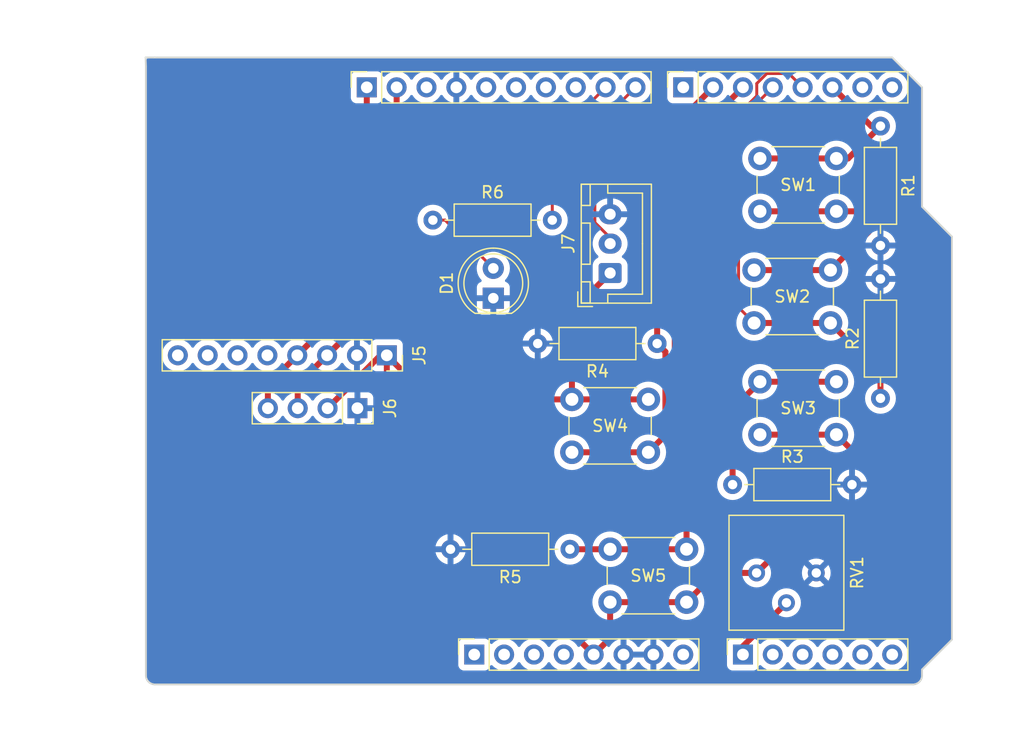
<source format=kicad_pcb>
(kicad_pcb (version 20240108) (generator "pcbnew") (generator_version "8.0")
  (title_block (date "mar. 31 mars 2015"))
  (layers (0 "F.Cu" signal) (31 "B.Cu" power) (34 "B.Paste" user) (35 "F.Paste" user) (36 "B.SilkS" user "B.Silkscreen") (37 "F.SilkS" user "F.Silkscreen") (38 "B.Mask" user) (39 "F.Mask" user) (44 "Edge.Cuts" user))
  (net 0 "")
  (net 1 "GND")
  (net 3 "+5V")
  (net 4 "/IOREF")
  (net 5 "/A1")
  (net 6 "/A2")
  (net 7 "/A3")
  (net 8 "/SDA{slash}A4")
  (net 9 "/SCL{slash}A5")
  (net 10 "/13")
  (net 11 "/12")
  (net 12 "/AREF")
  (net 13 "/temp_digital")
  (net 14 "/7")
  (net 15 "/*11")
  (net 16 "/*10")
  (net 17 "/TX{slash}1")
  (net 18 "/RX{slash}0")
  (net 19 "+3V3")
  (net 20 "VCC")
  (net 21 "/~{RESET}")
  (net 22 "/I2C_SDA")
  (net 23 "/I2C_SCL")
  (net 28 "/button_onoff")
  (net 29 "/button_lock")
  (net 30 "/button_light")
  (net 31 "/button_units")
  (net 32 "/button_cal")
  (net 33 "Net-(D1-A)")
  (net 34 "/led_light")
  (net 35 "/temp_sensor")
  (footprint "Connector_PinSocket_2.54mm:PinSocket_1x08_P2.54mm_Vertical" (layer "F.Cu") (at 127.94 97.46 90)
    (property "Reference" "J1" (hide yes))
    (property "Value" "Power")
    (fp_line (start 1.33 -1.33) (end 1.33 0) (stroke (width 0.12)) (layer "F.SilkS"))
    (fp_line (start 0 -1.33) (end 1.33 -1.33) (stroke (width 0.12)) (layer "F.SilkS"))
    (fp_line (start 1.33 1.27) (end 1.33 19.11) (stroke (width 0.12)) (layer "F.SilkS"))
    (fp_line (start -1.33 1.27) (end 1.33 1.27) (stroke (width 0.12)) (layer "F.SilkS"))
    (fp_line (start -1.33 1.27) (end -1.33 19.11) (stroke (width 0.12)) (layer "F.SilkS"))
    (fp_line (start -1.33 19.11) (end 1.33 19.11) (stroke (width 0.12)) (layer "F.SilkS"))
    (pad "1" thru_hole rect (at 0 0 90) (size 1.7 1.7) (drill 1) (layers "*.Cu" "*.Mask"))
    (pad "2" thru_hole oval (at 0 2.54 90) (size 1.7 1.7) (drill 1) (layers "*.Cu" "*.Mask") (net 4 "/IOREF"))
    (pad "3" thru_hole oval (at 0 5.08 90) (size 1.7 1.7) (drill 1) (layers "*.Cu" "*.Mask") (net 21 "/~{RESET}"))
    (pad "4" thru_hole oval (at 0 7.62 90) (size 1.7 1.7) (drill 1) (layers "*.Cu" "*.Mask") (net 19 "+3V3"))
    (pad "5" thru_hole oval (at 0 10.16 90) (size 1.7 1.7) (drill 1) (layers "*.Cu" "*.Mask") (net 3 "+5V"))
    (pad "6" thru_hole oval (at 0 12.7 90) (size 1.7 1.7) (drill 1) (layers "*.Cu" "*.Mask") (net 1 "GND"))
    (pad "7" thru_hole oval (at 0 15.24 90) (size 1.7 1.7) (drill 1) (layers "*.Cu" "*.Mask") (net 1 "GND"))
    (pad "8" thru_hole oval (at 0 17.78 90) (size 1.7 1.7) (drill 1) (layers "*.Cu" "*.Mask") (net 20 "VCC"))
  )
  (footprint "Connector_PinSocket_2.54mm:PinSocket_1x06_P2.54mm_Vertical" (layer "F.Cu") (at 150.8 97.46 90)
    (property "Reference" "J3" (hide yes))
    (property "Value" "Analog")
    (fp_line (start 1.33 -1.33) (end 1.33 0) (stroke (width 0.12)) (layer "F.SilkS"))
    (fp_line (start 0 -1.33) (end 1.33 -1.33) (stroke (width 0.12)) (layer "F.SilkS"))
    (fp_line (start 1.33 1.27) (end 1.33 14.03) (stroke (width 0.12)) (layer "F.SilkS"))
    (fp_line (start -1.33 1.27) (end 1.33 1.27) (stroke (width 0.12)) (layer "F.SilkS"))
    (fp_line (start -1.33 1.27) (end -1.33 14.03) (stroke (width 0.12)) (layer "F.SilkS"))
    (fp_line (start -1.33 14.03) (end 1.33 14.03) (stroke (width 0.12)) (layer "F.SilkS"))
    (pad "1" thru_hole rect (at 0 0 90) (size 1.7 1.7) (drill 1) (layers "*.Cu" "*.Mask") (net 35 "/temp_sensor"))
    (pad "2" thru_hole oval (at 0 2.54 90) (size 1.7 1.7) (drill 1) (layers "*.Cu" "*.Mask") (net 5 "/A1"))
    (pad "3" thru_hole oval (at 0 5.08 90) (size 1.7 1.7) (drill 1) (layers "*.Cu" "*.Mask") (net 6 "/A2"))
    (pad "4" thru_hole oval (at 0 7.62 90) (size 1.7 1.7) (drill 1) (layers "*.Cu" "*.Mask") (net 7 "/A3"))
    (pad "5" thru_hole oval (at 0 10.16 90) (size 1.7 1.7) (drill 1) (layers "*.Cu" "*.Mask") (net 8 "/SDA{slash}A4"))
    (pad "6" thru_hole oval (at 0 12.7 90) (size 1.7 1.7) (drill 1) (layers "*.Cu" "*.Mask") (net 9 "/SCL{slash}A5"))
  )
  (footprint "Connector_PinSocket_2.54mm:PinSocket_1x10_P2.54mm_Vertical" (layer "F.Cu") (at 118.796 49.2 90)
    (property "Reference" "J2" (hide yes))
    (property "Value" "Digital/PWM")
    (fp_line (start 1.33 -1.33) (end 1.33 0) (stroke (width 0.12)) (layer "F.SilkS"))
    (fp_line (start 0 -1.33) (end 1.33 -1.33) (stroke (width 0.12)) (layer "F.SilkS"))
    (fp_line (start 1.33 1.27) (end 1.33 24.19) (stroke (width 0.12)) (layer "F.SilkS"))
    (fp_line (start -1.33 1.27) (end 1.33 1.27) (stroke (width 0.12)) (layer "F.SilkS"))
    (fp_line (start -1.33 1.27) (end -1.33 24.19) (stroke (width 0.12)) (layer "F.SilkS"))
    (fp_line (start -1.33 24.19) (end 1.33 24.19) (stroke (width 0.12)) (layer "F.SilkS"))
    (pad "1" thru_hole rect (at 0 0 90) (size 1.7 1.7) (drill 1) (layers "*.Cu" "*.Mask") (net 22 "/I2C_SDA"))
    (pad "2" thru_hole oval (at 0 2.54 90) (size 1.7 1.7) (drill 1) (layers "*.Cu" "*.Mask") (net 23 "/I2C_SCL"))
    (pad "3" thru_hole oval (at 0 5.08 90) (size 1.7 1.7) (drill 1) (layers "*.Cu" "*.Mask") (net 12 "/AREF"))
    (pad "4" thru_hole oval (at 0 7.62 90) (size 1.7 1.7) (drill 1) (layers "*.Cu" "*.Mask") (net 1 "GND"))
    (pad "5" thru_hole oval (at 0 10.16 90) (size 1.7 1.7) (drill 1) (layers "*.Cu" "*.Mask") (net 10 "/13"))
    (pad "6" thru_hole oval (at 0 12.7 90) (size 1.7 1.7) (drill 1) (layers "*.Cu" "*.Mask") (net 11 "/12"))
    (pad "7" thru_hole oval (at 0 15.24 90) (size 1.7 1.7) (drill 1) (layers "*.Cu" "*.Mask") (net 15 "/*11"))
    (pad "8" thru_hole oval (at 0 17.78 90) (size 1.7 1.7) (drill 1) (layers "*.Cu" "*.Mask") (net 16 "/*10"))
    (pad "9" thru_hole oval (at 0 20.32 90) (size 1.7 1.7) (drill 1) (layers "*.Cu" "*.Mask") (net 34 "/led_light"))
    (pad "10" thru_hole oval (at 0 22.86 90) (size 1.7 1.7) (drill 1) (layers "*.Cu" "*.Mask") (net 13 "/temp_digital"))
  )
  (footprint "Connector_PinSocket_2.54mm:PinSocket_1x08_P2.54mm_Vertical" (layer "F.Cu") (at 145.72 49.2 90)
    (property "Reference" "J4" (hide yes))
    (property "Value" "Digital/PWM")
    (fp_line (start 1.33 -1.33) (end 1.33 0) (stroke (width 0.12)) (layer "F.SilkS"))
    (fp_line (start 0 -1.33) (end 1.33 -1.33) (stroke (width 0.12)) (layer "F.SilkS"))
    (fp_line (start 1.33 1.27) (end 1.33 19.11) (stroke (width 0.12)) (layer "F.SilkS"))
    (fp_line (start -1.33 1.27) (end 1.33 1.27) (stroke (width 0.12)) (layer "F.SilkS"))
    (fp_line (start -1.33 1.27) (end -1.33 19.11) (stroke (width 0.12)) (layer "F.SilkS"))
    (fp_line (start -1.33 19.11) (end 1.33 19.11) (stroke (width 0.12)) (layer "F.SilkS"))
    (pad "1" thru_hole rect (at 0 0 90) (size 1.7 1.7) (drill 1) (layers "*.Cu" "*.Mask") (net 14 "/7"))
    (pad "2" thru_hole oval (at 0 2.54 90) (size 1.7 1.7) (drill 1) (layers "*.Cu" "*.Mask") (net 29 "/button_lock"))
    (pad "3" thru_hole oval (at 0 5.08 90) (size 1.7 1.7) (drill 1) (layers "*.Cu" "*.Mask") (net 30 "/button_light"))
    (pad "4" thru_hole oval (at 0 7.62 90) (size 1.7 1.7) (drill 1) (layers "*.Cu" "*.Mask") (net 31 "/button_units"))
    (pad "5" thru_hole oval (at 0 10.16 90) (size 1.7 1.7) (drill 1) (layers "*.Cu" "*.Mask") (net 32 "/button_cal"))
    (pad "6" thru_hole oval (at 0 12.7 90) (size 1.7 1.7) (drill 1) (layers "*.Cu" "*.Mask") (net 28 "/button_onoff"))
    (pad "7" thru_hole oval (at 0 15.24 90) (size 1.7 1.7) (drill 1) (layers "*.Cu" "*.Mask") (net 17 "/TX{slash}1"))
    (pad "8" thru_hole oval (at 0 17.78 90) (size 1.7 1.7) (drill 1) (layers "*.Cu" "*.Mask") (net 18 "/RX{slash}0"))
  )
  (footprint "Button_Switch_THT:SW_PUSH_6mm" (layer "F.Cu") (at 152.25 55.25)
    (property "Reference" "SW1" (at 3.25 2.25 0) (layer "F.SilkS"))
    (property "Value" "SW_SPST")
    (fp_line (start -0.25 1.5) (end -0.25 3) (stroke (width 0.12)) (layer "F.SilkS"))
    (fp_line (start 1 5.5) (end 5.5 5.5) (stroke (width 0.12)) (layer "F.SilkS"))
    (fp_line (start 5.5 -1) (end 1 -1) (stroke (width 0.12)) (layer "F.SilkS"))
    (fp_line (start 6.75 3) (end 6.75 1.5) (stroke (width 0.12)) (layer "F.SilkS"))
    (pad "1" thru_hole circle (at 0 0 90) (size 2 2) (drill 1.1) (layers "*.Cu" "*.Mask") (net 28 "/button_onoff"))
    (pad "1" thru_hole circle (at 6.5 0 90) (size 2 2) (drill 1.1) (layers "*.Cu" "*.Mask") (net 28 "/button_onoff"))
    (pad "2" thru_hole circle (at 0 4.5 90) (size 2 2) (drill 1.1) (layers "*.Cu" "*.Mask") (net 3 "+5V"))
    (pad "2" thru_hole circle (at 6.5 4.5 90) (size 2 2) (drill 1.1) (layers "*.Cu" "*.Mask") (net 3 "+5V"))
  )
  (footprint "Button_Switch_THT:SW_PUSH_6mm" (layer "F.Cu") (at 158.25 69.25 180)
    (property "Reference" "SW2" (at 3.25 2.25 0) (layer "F.SilkS"))
    (property "Value" "SW_SPST")
    (fp_line (start 6.75 3) (end 6.75 1.5) (stroke (width 0.12)) (layer "F.SilkS"))
    (fp_line (start 5.5 -1) (end 1 -1) (stroke (width 0.12)) (layer "F.SilkS"))
    (fp_line (start 1 5.5) (end 5.5 5.5) (stroke (width 0.12)) (layer "F.SilkS"))
    (fp_line (start -0.25 1.5) (end -0.25 3) (stroke (width 0.12)) (layer "F.SilkS"))
    (pad "1" thru_hole circle (at 0 0 270) (size 2 2) (drill 1.1) (layers "*.Cu" "*.Mask") (net 31 "/button_units"))
    (pad "1" thru_hole circle (at 6.5 0 270) (size 2 2) (drill 1.1) (layers "*.Cu" "*.Mask") (net 31 "/button_units"))
    (pad "2" thru_hole circle (at 0 4.5 270) (size 2 2) (drill 1.1) (layers "*.Cu" "*.Mask") (net 3 "+5V"))
    (pad "2" thru_hole circle (at 6.5 4.5 270) (size 2 2) (drill 1.1) (layers "*.Cu" "*.Mask") (net 3 "+5V"))
  )
  (footprint "Resistor_THT:R_Axial_DIN0207_L6.3mm_D2.5mm_P10.16mm_Horizontal" (layer "F.Cu") (at 124.42 60.5)
    (property "Reference" "R6" (at 5.08 -2.37 0) (layer "F.SilkS"))
    (property "Value" "1k")
    (fp_line (start 1.04 0) (end 1.81 0) (stroke (width 0.12)) (layer "F.SilkS"))
    (fp_line (start 1.81 -1.37) (end 1.81 1.37) (stroke (width 0.12)) (layer "F.SilkS"))
    (fp_line (start 1.81 1.37) (end 8.35 1.37) (stroke (width 0.12)) (layer "F.SilkS"))
    (fp_line (start 8.35 -1.37) (end 1.81 -1.37) (stroke (width 0.12)) (layer "F.SilkS"))
    (fp_line (start 8.35 1.37) (end 8.35 -1.37) (stroke (width 0.12)) (layer "F.SilkS"))
    (fp_line (start 9.12 0) (end 8.35 0) (stroke (width 0.12)) (layer "F.SilkS"))
    (pad "1" thru_hole circle (at 0 0) (size 1.6 1.6) (drill 0.8) (layers "*.Cu" "*.Mask") (net 33 "Net-(D1-A)"))
    (pad "2" thru_hole oval (at 10.16 0) (size 1.6 1.6) (drill 0.8) (layers "*.Cu" "*.Mask") (net 34 "/led_light"))
  )
  (footprint "Resistor_THT:R_Axial_DIN0207_L6.3mm_D2.5mm_P10.16mm_Horizontal" (layer "F.Cu") (at 136.08 88.5 180)
    (property "Reference" "R5" (at 5.08 -2.37 0) (layer "F.SilkS"))
    (property "Value" "100k")
    (fp_line (start 9.12 0) (end 8.35 0) (stroke (width 0.12)) (layer "F.SilkS"))
    (fp_line (start 8.35 1.37) (end 8.35 -1.37) (stroke (width 0.12)) (layer "F.SilkS"))
    (fp_line (start 8.35 -1.37) (end 1.81 -1.37) (stroke (width 0.12)) (layer "F.SilkS"))
    (fp_line (start 1.81 1.37) (end 8.35 1.37) (stroke (width 0.12)) (layer "F.SilkS"))
    (fp_line (start 1.81 -1.37) (end 1.81 1.37) (stroke (width 0.12)) (layer "F.SilkS"))
    (fp_line (start 1.04 0) (end 1.81 0) (stroke (width 0.12)) (layer "F.SilkS"))
    (pad "1" thru_hole circle (at 0 0 180) (size 1.6 1.6) (drill 0.8) (layers "*.Cu" "*.Mask") (net 30 "/button_light"))
    (pad "2" thru_hole oval (at 10.16 0 180) (size 1.6 1.6) (drill 0.8) (layers "*.Cu" "*.Mask") (net 1 "GND"))
  )
  (footprint "Resistor_THT:R_Axial_DIN0207_L6.3mm_D2.5mm_P10.16mm_Horizontal" (layer "F.Cu") (at 143.5 71 180)
    (property "Reference" "R4" (at 5.08 -2.37 0) (layer "F.SilkS"))
    (property "Value" "100k")
    (fp_line (start 9.12 0) (end 8.35 0) (stroke (width 0.12)) (layer "F.SilkS"))
    (fp_line (start 8.35 1.37) (end 8.35 -1.37) (stroke (width 0.12)) (layer "F.SilkS"))
    (fp_line (start 8.35 -1.37) (end 1.81 -1.37) (stroke (width 0.12)) (layer "F.SilkS"))
    (fp_line (start 1.81 1.37) (end 8.35 1.37) (stroke (width 0.12)) (layer "F.SilkS"))
    (fp_line (start 1.81 -1.37) (end 1.81 1.37) (stroke (width 0.12)) (layer "F.SilkS"))
    (fp_line (start 1.04 0) (end 1.81 0) (stroke (width 0.12)) (layer "F.SilkS"))
    (pad "1" thru_hole circle (at 0 0 180) (size 1.6 1.6) (drill 0.8) (layers "*.Cu" "*.Mask") (net 29 "/button_lock"))
    (pad "2" thru_hole oval (at 10.16 0 180) (size 1.6 1.6) (drill 0.8) (layers "*.Cu" "*.Mask") (net 1 "GND"))
  )
  (footprint "Resistor_THT:R_Axial_DIN0207_L6.3mm_D2.5mm_P10.16mm_Horizontal" (layer "F.Cu") (at 162.5 52.5 -90)
    (property "Reference" "R1" (at 5.08 -2.37 90) (layer "F.SilkS"))
    (property "Value" "100k")
    (fp_line (start 1.81 1.37) (end 8.35 1.37) (stroke (width 0.12)) (layer "F.SilkS"))
    (fp_line (start 8.35 1.37) (end 8.35 -1.37) (stroke (width 0.12)) (layer "F.SilkS"))
    (fp_line (start 1.04 0) (end 1.81 0) (stroke (width 0.12)) (layer "F.SilkS"))
    (fp_line (start 9.12 0) (end 8.35 0) (stroke (width 0.12)) (layer "F.SilkS"))
    (fp_line (start 1.81 -1.37) (end 1.81 1.37) (stroke (width 0.12)) (layer "F.SilkS"))
    (fp_line (start 8.35 -1.37) (end 1.81 -1.37) (stroke (width 0.12)) (layer "F.SilkS"))
    (pad "1" thru_hole circle (at 0 0 270) (size 1.6 1.6) (drill 0.8) (layers "*.Cu" "*.Mask") (net 28 "/button_onoff"))
    (pad "2" thru_hole oval (at 10.16 0 270) (size 1.6 1.6) (drill 0.8) (layers "*.Cu" "*.Mask") (net 1 "GND"))
  )
  (footprint "Resistor_THT:R_Axial_DIN0207_L6.3mm_D2.5mm_P10.16mm_Horizontal" (layer "F.Cu") (at 149.92 83)
    (property "Reference" "R3" (at 5.08 -2.37 0) (layer "F.SilkS"))
    (property "Value" "100k")
    (fp_line (start 1.04 0) (end 1.81 0) (stroke (width 0.12)) (layer "F.SilkS"))
    (fp_line (start 1.81 -1.37) (end 1.81 1.37) (stroke (width 0.12)) (layer "F.SilkS"))
    (fp_line (start 1.81 1.37) (end 8.35 1.37) (stroke (width 0.12)) (layer "F.SilkS"))
    (fp_line (start 8.35 -1.37) (end 1.81 -1.37) (stroke (width 0.12)) (layer "F.SilkS"))
    (fp_line (start 8.35 1.37) (end 8.35 -1.37) (stroke (width 0.12)) (layer "F.SilkS"))
    (fp_line (start 9.12 0) (end 8.35 0) (stroke (width 0.12)) (layer "F.SilkS"))
    (pad "1" thru_hole circle (at 0 0) (size 1.6 1.6) (drill 0.8) (layers "*.Cu" "*.Mask") (net 32 "/button_cal"))
    (pad "2" thru_hole oval (at 10.16 0) (size 1.6 1.6) (drill 0.8) (layers "*.Cu" "*.Mask") (net 1 "GND"))
  )
  (footprint "Button_Switch_THT:SW_PUSH_6mm" (layer "F.Cu") (at 142.75 80.25 180)
    (property "Reference" "SW4" (at 3.25 2.25 0) (layer "F.SilkS"))
    (property "Value" "SW_SPST")
    (fp_line (start 6.75 3) (end 6.75 1.5) (stroke (width 0.12)) (layer "F.SilkS"))
    (fp_line (start 5.5 -1) (end 1 -1) (stroke (width 0.12)) (layer "F.SilkS"))
    (fp_line (start 1 5.5) (end 5.5 5.5) (stroke (width 0.12)) (layer "F.SilkS"))
    (fp_line (start -0.25 1.5) (end -0.25 3) (stroke (width 0.12)) (layer "F.SilkS"))
    (pad "1" thru_hole circle (at 0 0 270) (size 2 2) (drill 1.1) (layers "*.Cu" "*.Mask") (net 29 "/button_lock"))
    (pad "1" thru_hole circle (at 6.5 0 270) (size 2 2) (drill 1.1) (layers "*.Cu" "*.Mask") (net 29 "/button_lock"))
    (pad "2" thru_hole circle (at 0 4.5 270) (size 2 2) (drill 1.1) (layers "*.Cu" "*.Mask") (net 3 "+5V"))
    (pad "2" thru_hole circle (at 6.5 4.5 270) (size 2 2) (drill 1.1) (layers "*.Cu" "*.Mask") (net 3 "+5V"))
  )
  (footprint "Button_Switch_THT:SW_PUSH_6mm" (layer "F.Cu") (at 152.25 74.25)
    (property "Reference" "SW3" (at 3.25 2.25 0) (layer "F.SilkS"))
    (property "Value" "SW_SPST")
    (fp_line (start -0.25 1.5) (end -0.25 3) (stroke (width 0.12)) (layer "F.SilkS"))
    (fp_line (start 1 5.5) (end 5.5 5.5) (stroke (width 0.12)) (layer "F.SilkS"))
    (fp_line (start 5.5 -1) (end 1 -1) (stroke (width 0.12)) (layer "F.SilkS"))
    (fp_line (start 6.75 3) (end 6.75 1.5) (stroke (width 0.12)) (layer "F.SilkS"))
    (pad "1" thru_hole circle (at 0 0 90) (size 2 2) (drill 1.1) (layers "*.Cu" "*.Mask") (net 32 "/button_cal"))
    (pad "1" thru_hole circle (at 6.5 0 90) (size 2 2) (drill 1.1) (layers "*.Cu" "*.Mask") (net 32 "/button_cal"))
    (pad "2" thru_hole circle (at 0 4.5 90) (size 2 2) (drill 1.1) (layers "*.Cu" "*.Mask") (net 3 "+5V"))
    (pad "2" thru_hole circle (at 6.5 4.5 90) (size 2 2) (drill 1.1) (layers "*.Cu" "*.Mask") (net 3 "+5V"))
  )
  (footprint "Connector_PinSocket_2.54mm:PinSocket_1x08_P2.54mm_Vertical" (layer "F.Cu") (at 120.5 72 -90)
    (property "Reference" "J5" (at 0 -2.77 90) (layer "F.SilkS"))
    (property "Value" "CONN_GYRO")
    (fp_line (start -1.33 19.11) (end 1.33 19.11) (stroke (width 0.12)) (layer "F.SilkS"))
    (fp_line (start -1.33 1.27) (end -1.33 19.11) (stroke (width 0.12)) (layer "F.SilkS"))
    (fp_line (start -1.33 1.27) (end 1.33 1.27) (stroke (width 0.12)) (layer "F.SilkS"))
    (fp_line (start 1.33 1.27) (end 1.33 19.11) (stroke (width 0.12)) (layer "F.SilkS"))
    (fp_line (start 0 -1.33) (end 1.33 -1.33) (stroke (width 0.12)) (layer "F.SilkS"))
    (fp_line (start 1.33 -1.33) (end 1.33 0) (stroke (width 0.12)) (layer "F.SilkS"))
    (pad "1" thru_hole rect (at 0 0 270) (size 1.7 1.7) (drill 1) (layers "*.Cu" "*.Mask") (net 3 "+5V"))
    (pad "2" thru_hole oval (at 0 2.54 270) (size 1.7 1.7) (drill 1) (layers "*.Cu" "*.Mask") (net 1 "GND"))
    (pad "3" thru_hole oval (at 0 5.08 270) (size 1.7 1.7) (drill 1) (layers "*.Cu" "*.Mask") (net 23 "/I2C_SCL"))
    (pad "4" thru_hole oval (at 0 7.62 270) (size 1.7 1.7) (drill 1) (layers "*.Cu" "*.Mask") (net 22 "/I2C_SDA"))
    (pad "5" thru_hole oval (at 0 10.16 270) (size 1.7 1.7) (drill 1) (layers "*.Cu" "*.Mask"))
    (pad "6" thru_hole oval (at 0 12.7 270) (size 1.7 1.7) (drill 1) (layers "*.Cu" "*.Mask"))
    (pad "7" thru_hole oval (at 0 15.24 270) (size 1.7 1.7) (drill 1) (layers "*.Cu" "*.Mask"))
    (pad "8" thru_hole oval (at 0 17.78 270) (size 1.7 1.7) (drill 1) (layers "*.Cu" "*.Mask"))
  )
  (footprint "Resistor_THT:R_Axial_DIN0207_L6.3mm_D2.5mm_P10.16mm_Horizontal" (layer "F.Cu") (at 162.5 75.66 90)
    (property "Reference" "R2" (at 5.08 -2.37 90) (layer "F.SilkS"))
    (property "Value" "100k")
    (fp_line (start 8.35 -1.37) (end 1.81 -1.37) (stroke (width 0.12)) (layer "F.SilkS"))
    (fp_line (start 1.81 -1.37) (end 1.81 1.37) (stroke (width 0.12)) (layer "F.SilkS"))
    (fp_line (start 9.12 0) (end 8.35 0) (stroke (width 0.12)) (layer "F.SilkS"))
    (fp_line (start 1.04 0) (end 1.81 0) (stroke (width 0.12)) (layer "F.SilkS"))
    (fp_line (start 8.35 1.37) (end 8.35 -1.37) (stroke (width 0.12)) (layer "F.SilkS"))
    (fp_line (start 1.81 1.37) (end 8.35 1.37) (stroke (width 0.12)) (layer "F.SilkS"))
    (pad "1" thru_hole circle (at 0 0 90) (size 1.6 1.6) (drill 0.8) (layers "*.Cu" "*.Mask") (net 31 "/button_units"))
    (pad "2" thru_hole oval (at 10.16 0 90) (size 1.6 1.6) (drill 0.8) (layers "*.Cu" "*.Mask") (net 1 "GND"))
  )
  (footprint "Connector_JST:JST_XH_B3B-XH-A_1x03_P2.50mm_Vertical" (layer "F.Cu") (at 139.5 65 90)
    (property "Reference" "J7" (at 2.5 -3.55 90) (layer "F.SilkS"))
    (property "Value" "Conn_01x03")
    (fp_line (start -1.6 -2.75) (end -2.85 -2.75) (stroke (width 0.12)) (layer "F.SilkS"))
    (fp_line (start -2.85 -2.75) (end -2.85 -1.5) (stroke (width 0.12)) (layer "F.SilkS"))
    (fp_line (start 7.56 -2.46) (end -2.56 -2.46) (stroke (width 0.12)) (layer "F.SilkS"))
    (fp_line (start -2.56 -2.46) (end -2.56 3.51) (stroke (width 0.12)) (layer "F.SilkS"))
    (fp_line (start 7.55 -2.45) (end 5.75 -2.45) (stroke (width 0.12)) (layer "F.SilkS"))
    (fp_line (start 5.75 -2.45) (end 5.75 -1.7) (stroke (width 0.12)) (layer "F.SilkS"))
    (fp_line (start 4.25 -2.45) (end 0.75 -2.45) (stroke (width 0.12)) (layer "F.SilkS"))
    (fp_line (start 0.75 -2.45) (end 0.75 -1.7) (stroke (width 0.12)) (layer "F.SilkS"))
    (fp_line (start -0.75 -2.45) (end -2.55 -2.45) (stroke (width 0.12)) (layer "F.SilkS"))
    (fp_line (start -2.55 -2.45) (end -2.55 -1.7) (stroke (width 0.12)) (layer "F.SilkS"))
    (fp_line (start 7.55 -1.7) (end 7.55 -2.45) (stroke (width 0.12)) (layer "F.SilkS"))
    (fp_line (start 5.75 -1.7) (end 7.55 -1.7) (stroke (width 0.12)) (layer "F.SilkS"))
    (fp_line (start 4.25 -1.7) (end 4.25 -2.45) (stroke (width 0.12)) (layer "F.SilkS"))
    (fp_line (start 0.75 -1.7) (end 4.25 -1.7) (stroke (width 0.12)) (layer "F.SilkS"))
    (fp_line (start -0.75 -1.7) (end -0.75 -2.45) (stroke (width 0.12)) (layer "F.SilkS"))
    (fp_line (start -2.55 -1.7) (end -0.75 -1.7) (stroke (width 0.12)) (layer "F.SilkS"))
    (fp_line (start 7.55 -0.2) (end 6.8 -0.2) (stroke (width 0.12)) (layer "F.SilkS"))
    (fp_line (start 6.8 -0.2) (end 6.8 2.75) (stroke (width 0.12)) (layer "F.SilkS"))
    (fp_line (start -1.8 -0.2) (end -1.8 2.75) (stroke (width 0.12)) (layer "F.SilkS"))
    (fp_line (start -2.55 -0.2) (end -1.8 -0.2) (stroke (width 0.12)) (layer "F.SilkS"))
    (fp_line (start 6.8 2.75) (end 2.5 2.75) (stroke (width 0.12)) (layer "F.SilkS"))
    (fp_line (start -1.8 2.75) (end 2.5 2.75) (stroke (width 0.12)) (layer "F.SilkS"))
    (fp_line (start 7.56 3.51) (end 7.56 -2.46) (stroke (width 0.12)) (layer "F.SilkS"))
    (fp_line (start -2.56 3.51) (end 7.56 3.51) (stroke (width 0.12)) (layer "F.SilkS"))
    (pad "1" thru_hole roundrect (at 0 0 90) (size 1.7 1.95) (drill 0.95) (layers "*.Cu" "*.Mask") (roundrect_rratio 0.147059) (net 3 "+5V"))
    (pad "2" thru_hole oval (at 2.5 0 90) (size 1.7 1.95) (drill 0.95) (layers "*.Cu" "*.Mask") (net 13 "/temp_digital"))
    (pad "3" thru_hole oval (at 5 0 90) (size 1.7 1.95) (drill 0.95) (layers "*.Cu" "*.Mask") (net 1 "GND"))
  )
  (footprint "Potentiometer_THT:Potentiometer_Bourns_3386P_Vertical" (layer "F.Cu") (at 151.96 90.515 -90)
    (property "Reference" "RV1" (at -0.015 -8.555 90) (layer "F.SilkS"))
    (property "Value" "10k")
    (fp_line (start -4.9 2.345) (end 4.87 2.345) (stroke (width 0.12)) (layer "F.SilkS"))
    (fp_line (start -4.9 -7.425) (end -4.9 2.345) (stroke (width 0.12)) (layer "F.SilkS"))
    (fp_line (start -4.9 -7.425) (end 4.87 -7.425) (stroke (width 0.12)) (layer "F.SilkS"))
    (fp_line (start 4.87 -7.425) (end 4.87 2.345) (stroke (width 0.12)) (layer "F.SilkS"))
    (pad "1" thru_hole circle (at 0 0 270) (size 1.44 1.44) (drill 0.8) (layers "*.Cu" "*.Mask") (net 3 "+5V"))
    (pad "2" thru_hole circle (at 2.54 -2.54 270) (size 1.44 1.44) (drill 0.8) (layers "*.Cu" "*.Mask") (net 35 "/temp_sensor"))
    (pad "3" thru_hole circle (at 0 -5.08 270) (size 1.44 1.44) (drill 0.8) (layers "*.Cu" "*.Mask") (net 1 "GND"))
  )
  (footprint "Button_Switch_THT:SW_PUSH_6mm" (layer "F.Cu") (at 139.5 88.5)
    (property "Reference" "SW5" (at 3.25 2.25 0) (layer "F.SilkS"))
    (property "Value" "SW_SPST")
    (fp_line (start -0.25 1.5) (end -0.25 3) (stroke (width 0.12)) (layer "F.SilkS"))
    (fp_line (start 1 5.5) (end 5.5 5.5) (stroke (width 0.12)) (layer "F.SilkS"))
    (fp_line (start 5.5 -1) (end 1 -1) (stroke (width 0.12)) (layer "F.SilkS"))
    (fp_line (start 6.75 3) (end 6.75 1.5) (stroke (width 0.12)) (layer "F.SilkS"))
    (pad "1" thru_hole circle (at 0 0 90) (size 2 2) (drill 1.1) (layers "*.Cu" "*.Mask") (net 30 "/button_light"))
    (pad "1" thru_hole circle (at 6.5 0 90) (size 2 2) (drill 1.1) (layers "*.Cu" "*.Mask") (net 30 "/button_light"))
    (pad "2" thru_hole circle (at 0 4.5 90) (size 2 2) (drill 1.1) (layers "*.Cu" "*.Mask") (net 3 "+5V"))
    (pad "2" thru_hole circle (at 6.5 4.5 90) (size 2 2) (drill 1.1) (layers "*.Cu" "*.Mask") (net 3 "+5V"))
  )
  (footprint "Connector_PinSocket_2.54mm:PinSocket_1x04_P2.54mm_Vertical" (layer "F.Cu") (at 118 76.5 -90)
    (property "Reference" "J6" (at 0 -2.77 90) (layer "F.SilkS"))
    (property "Value" "Conn_01x04")
    (fp_line (start -1.33 8.95) (end 1.33 8.95) (stroke (width 0.12)) (layer "F.SilkS"))
    (fp_line (start -1.33 1.27) (end -1.33 8.95) (stroke (width 0.12)) (layer "F.SilkS"))
    (fp_line (start -1.33 1.27) (end 1.33 1.27) (stroke (width 0.12)) (layer "F.SilkS"))
    (fp_line (start 1.33 1.27) (end 1.33 8.95) (stroke (width 0.12)) (layer "F.SilkS"))
    (fp_line (start 0 -1.33) (end 1.33 -1.33) (stroke (width 0.12)) (layer "F.SilkS"))
    (fp_line (start 1.33 -1.33) (end 1.33 0) (stroke (width 0.12)) (layer "F.SilkS"))
    (pad "1" thru_hole rect (at 0 0 270) (size 1.7 1.7) (drill 1) (layers "*.Cu" "*.Mask") (net 1 "GND"))
    (pad "2" thru_hole oval (at 0 2.54 270) (size 1.7 1.7) (drill 1) (layers "*.Cu" "*.Mask") (net 3 "+5V"))
    (pad "3" thru_hole oval (at 0 5.08 270) (size 1.7 1.7) (drill 1) (layers "*.Cu" "*.Mask") (net 23 "/I2C_SCL"))
    (pad "4" thru_hole oval (at 0 7.62 270) (size 1.7 1.7) (drill 1) (layers "*.Cu" "*.Mask") (net 22 "/I2C_SDA"))
  )
  (footprint "LED_THT:LED_D5.0mm" (layer "F.Cu") (at 129.56 67.14 90)
    (property "Reference" "D1" (at 1.27 -3.96 90) (layer "F.SilkS"))
    (property "Value" "LED")
    (fp_line (start -1.29 -1.545) (end -1.29 1.545) (stroke (width 0.12)) (layer "F.SilkS"))
    (fp_arc (start -1.29 -1.54483) (mid 2.071756 -2.880501) (end 4.26 -0.000048) (stroke (width 0.12)) (layer "F.SilkS"))
    (fp_arc (start 4.26 0.000048) (mid 2.071756 2.880501) (end -1.29 1.54483) (stroke (width 0.12)) (layer "F.SilkS"))
    (fp_circle (center 1.27 0) (end 3.77 0) (stroke (width 0.12)) (fill none) (layer "F.SilkS"))
    (pad "1" thru_hole rect (at 0 0 90) (size 1.8 1.8) (drill 0.9) (layers "*.Cu" "*.Mask") (net 1 "GND"))
    (pad "2" thru_hole circle (at 2.54 0 90) (size 1.8 1.8) (drill 0.9) (layers "*.Cu" "*.Mask") (net 33 "Net-(D1-A)"))
  )
  (gr_line (start 166.04 59.36) (end 168.58 61.9) (stroke (width 0.15)) (layer "Edge.Cuts"))
  (gr_line (start 100 99.238) (end 100 47.422) (stroke (width 0.15)) (layer "Edge.Cuts"))
  (gr_line (start 168.58 61.9) (end 168.58 96.19) (stroke (width 0.15)) (layer "Edge.Cuts"))
  (gr_line (start 165.278 100) (end 100.762 100) (stroke (width 0.15)) (layer "Edge.Cuts"))
  (gr_line (start 100.762 46.66) (end 163.5 46.66) (stroke (width 0.15)) (layer "Edge.Cuts"))
  (gr_arc (start 100.762 100) (mid 100.223185 99.776815) (end 100 99.238) (stroke (width 0.15)) (layer "Edge.Cuts"))
  (gr_line (start 168.58 96.19) (end 166.04 98.73) (stroke (width 0.15)) (layer "Edge.Cuts"))
  (gr_line (start 99.98 46.66) (end 100 47.422) (stroke (width 0.15)) (layer "Edge.Cuts"))
  (gr_line (start 163.5 46.66) (end 166.04 49.2) (stroke (width 0.15)) (layer "Edge.Cuts"))
  (gr_arc (start 166.04 99.238) (mid 165.816815 99.776815) (end 165.278 100) (stroke (width 0.15)) (layer "Edge.Cuts"))
  (gr_line (start 100.762 46.66) (end 99.98 46.66) (stroke (width 0.15)) (layer "Edge.Cuts"))
  (gr_line (start 166.04 49.2) (end 166.04 59.36) (stroke (width 0.15)) (layer "Edge.Cuts"))
  (gr_line (start 166.04 98.73) (end 166.04 99.238) (stroke (width 0.15)) (layer "Edge.Cuts"))
  (segment (start 119.96 72) (end 120.5 72) (width 0.508) (layer "F.Cu") (net 3))
  (segment (start 165 62.5) (end 165 85) (width 0.508) (layer "F.Cu") (net 3))
  (segment (start 120.5 79.86) (end 120.5 72) (width 0.508) (layer "F.Cu") (net 3))
  (segment (start 148.485 90.515) (end 146 93) (width 0.508) (layer "F.Cu") (net 3))
  (segment (start 158.25 64.75) (end 161.5 61.5) (width 0.508) (layer "F.Cu") (net 3))
  (segment (start 152.25 78.75) (end 158.75 78.75) (width 0.508) (layer "F.Cu") (net 3))
  (segment (start 115.46 76.5) (end 119.96 72) (width 0.508) (layer "F.Cu") (net 3))
  (segment (start 124.25 75.75) (end 120.5 72) (width 0.508) (layer "F.Cu") (net 3))
  (segment (start 153.975 88.5) (end 151.96 90.515) (width 0.508) (layer "F.Cu") (net 3))
  (segment (start 152.25 59.75) (end 158.75 59.75) (width 0.508) (layer "F.Cu") (net 3))
  (segment (start 162.25 59.75) (end 165 62.5) (width 0.508) (layer "F.Cu") (net 3))
  (segment (start 136.25 68.25) (end 139.5 65) (width 0.508) (layer "F.Cu") (net 3))
  (segment (start 151.75 64.75) (end 158.25 64.75) (width 0.508) (layer "F.Cu") (net 3))
  (segment (start 138.1 97.46) (end 120.5 79.86) (width 0.508) (layer "F.Cu") (net 3))
  (segment (start 158.75 78.75) (end 165 85) (width 0.508) (layer "F.Cu") (net 3))
  (segment (start 136.25 75.75) (end 124.25 75.75) (width 0.508) (layer "F.Cu") (net 3))
  (segment (start 165 85.5) (end 162 88.5) (width 0.508) (layer "F.Cu") (net 3))
  (segment (start 165 85) (end 165 85.5) (width 0.508) (layer "F.Cu") (net 3))
  (segment (start 161.5 61.5) (end 161.5 59.75) (width 0.508) (layer "F.Cu") (net 3))
  (segment (start 162 88.5) (end 153.975 88.5) (width 0.508) (layer "F.Cu") (net 3))
  (segment (start 139.5 96.06) (end 138.1 97.46) (width 0.508) (layer "F.Cu") (net 3))
  (segment (start 139.5 93) (end 146 93) (width 0.508) (layer "F.Cu") (net 3))
  (segment (start 161.5 59.75) (end 162.25 59.75) (width 0.508) (layer "F.Cu") (net 3))
  (segment (start 136.25 75.75) (end 142.75 75.75) (width 0.508) (layer "F.Cu") (net 3))
  (segment (start 136.25 75.75) (end 136.25 68.25) (width 0.508) (layer "F.Cu") (net 3))
  (segment (start 158.75 59.75) (end 161.5 59.75) (width 0.508) (layer "F.Cu") (net 3))
  (segment (start 151.96 90.515) (end 148.485 90.515) (width 0.508) (layer "F.Cu") (net 3))
  (segment (start 139.5 93) (end 139.5 96.06) (width 0.508) (layer "F.Cu") (net 3))
  (segment (start 139.5 62.5) (end 139.5 62) (width 0.25) (layer "F.Cu") (net 13))
  (segment (start 139.5 62) (end 138.2 60.7) (width 0.25) (layer "F.Cu") (net 13))
  (segment (start 138.2 52.656) (end 141.656 49.2) (width 0.25) (layer "F.Cu") (net 13))
  (segment (start 138.2 60.7) (end 138.2 52.656) (width 0.25) (layer "F.Cu") (net 13))
  (segment (start 118.796 66.084) (end 114.69 70.19) (width 0.508) (layer "F.Cu") (net 22))
  (segment (start 110.38 76.5) (end 110.38 74.5) (width 0.508) (layer "F.Cu") (net 22))
  (segment (start 110.38 74.5) (end 114.69 70.19) (width 0.508) (layer "F.Cu") (net 22))
  (segment (start 118.796 49.2) (end 118.796 66.084) (width 0.508) (layer "F.Cu") (net 22))
  (segment (start 114.69 70.19) (end 112.88 72) (width 0.508) (layer "F.Cu") (net 22))
  (segment (start 115.42 72) (end 116.71 70.71) (width 0.508) (layer "F.Cu") (net 23))
  (segment (start 116.71 70.71) (end 121.336 66.084) (width 0.508) (layer "F.Cu") (net 23))
  (segment (start 121.336 66.084) (end 121.336 49.2) (width 0.508) (layer "F.Cu") (net 23))
  (segment (start 112.92 74.5) (end 116.71 70.71) (width 0.508) (layer "F.Cu") (net 23))
  (segment (start 112.92 76.5) (end 112.92 74.5) (width 0.508) (layer "F.Cu") (net 23))
  (segment (start 159.75 55.25) (end 162.5 52.5) (width 0.508) (layer "F.Cu") (net 28))
  (segment (start 152.25 55.25) (end 158.75 55.25) (width 0.508) (layer "F.Cu") (net 28))
  (segment (start 161.72 52.5) (end 158.42 49.2) (width 0.508) (layer "F.Cu") (net 28))
  (segment (start 162.5 52.5) (end 161.72 52.5) (width 0.508) (layer "F.Cu") (net 28))
  (segment (start 158.75 55.25) (end 159.75 55.25) (width 0.508) (layer "F.Cu") (net 28))
  (segment (start 143.5 53.96) (end 148.26 49.2) (width 0.508) (layer "F.Cu") (net 29))
  (segment (start 144.204 71.704) (end 143.5 71) (width 0.508) (layer "F.Cu") (net 29))
  (segment (start 143.5 71) (end 143.5 53.96) (width 0.508) (layer "F.Cu") (net 29))
  (segment (start 142.75 80.25) (end 136.25 80.25) (width 0.508) (layer "F.Cu") (net 29))
  (segment (start 144.204 78.796) (end 144.204 71.704) (width 0.508) (layer "F.Cu") (net 29))
  (segment (start 142.75 80.25) (end 144.204 78.796) (width 0.508) (layer "F.Cu") (net 29))
  (segment (start 136.08 88.5) (end 139.5 88.5) (width 0.508) (layer "F.Cu") (net 30))
  (segment (start 139.5 88.5) (end 146 88.5) (width 0.508) (layer "F.Cu") (net 30))
  (segment (start 145 55) (end 150.8 49.2) (width 0.508) (layer "F.Cu") (net 30))
  (segment (start 146 88.5) (end 146 75.273424) (width 0.508) (layer "F.Cu") (net 30))
  (segment (start 146 75.273424) (end 145 74.273424) (width 0.508) (layer "F.Cu") (net 30))
  (segment (start 145 74.273424) (end 145 55) (width 0.508) (layer "F.Cu") (net 30))
  (segment (start 151.75 69.25) (end 158.25 69.25) (width 0.508) (layer "F.Cu") (net 31))
  (segment (start 158.25 69.25) (end 162.5 73.5) (width 0.508) (layer "F.Cu") (net 31))
  (segment (start 153.34 49.2) (end 150.425 52.115) (width 0.25) (layer "F.Cu") (net 31))
  (segment (start 150.425 67.925) (end 151.75 69.25) (width 0.25) (layer "F.Cu") (net 31))
  (segment (start 162.5 73.5) (end 162.5 75.66) (width 0.508) (layer "F.Cu") (net 31))
  (segment (start 150.425 52.115) (end 150.425 67.925) (width 0.25) (layer "F.Cu") (net 31))
  (segment (start 151.975 48.878299) (end 151.975 49.928604) (width 0.25) (layer "F.Cu") (net 32))
  (segment (start 149.92 76.58) (end 152.25 74.25) (width 0.508) (layer "F.Cu") (net 32))
  (segment (start 152.828299 48.025) (end 151.975 48.878299) (width 0.25) (layer "F.Cu") (net 32))
  (segment (start 154.705 48.025) (end 152.828299 48.025) (width 0.25) (layer "F.Cu") (net 32))
  (segment (start 155.88 49.2) (end 154.705 48.025) (width 0.25) (layer "F.Cu") (net 32))
  (segment (start 149.92 83) (end 149.92 76.58) (width 0.508) (layer "F.Cu") (net 32))
  (segment (start 152.25 74.25) (end 158.75 74.25) (width 0.508) (layer "F.Cu") (net 32))
  (segment (start 151.975 49.928604) (end 149.92 51.983604) (width 0.25) (layer "F.Cu") (net 32))
  (segment (start 149.92 51.983604) (end 149.92 83) (width 0.25) (layer "F.Cu") (net 32))
  (segment (start 129.56 64.6) (end 125.46 60.5) (width 0.25) (layer "F.Cu") (net 33))
  (segment (start 125.46 60.5) (end 124.42 60.5) (width 0.25) (layer "F.Cu") (net 33))
  (segment (start 139.08 49.236) (end 139.116 49.2) (width 0.508) (layer "F.Cu") (net 34))
  (segment (start 134.58 60.5) (end 134.58 53.736) (width 0.25) (layer "F.Cu") (net 34))
  (segment (start 134.58 53.736) (end 139.116 49.2) (width 0.25) (layer "F.Cu") (net 34))
  (segment (start 150.8 96.755) (end 150.8 97.46) (width 0.508) (layer "F.Cu") (net 35))
  (segment (start 154.5 93.055) (end 150.8 96.755) (width 0.508) (layer "F.Cu") (net 35))
  (zone (net 1) (net_name "GND") (layer "B.Cu") (connect_pads (clearance 0.508)) (min_thickness 0.25) (fill yes (thermal_gap 0.5) (thermal_bridge_width 0.5))
    (polygon (pts (xy 87.59 41.77) (xy 174.72 41.88) (xy 174.17 105.16) (xy 88.77 105.16)))
  )
)
</source>
